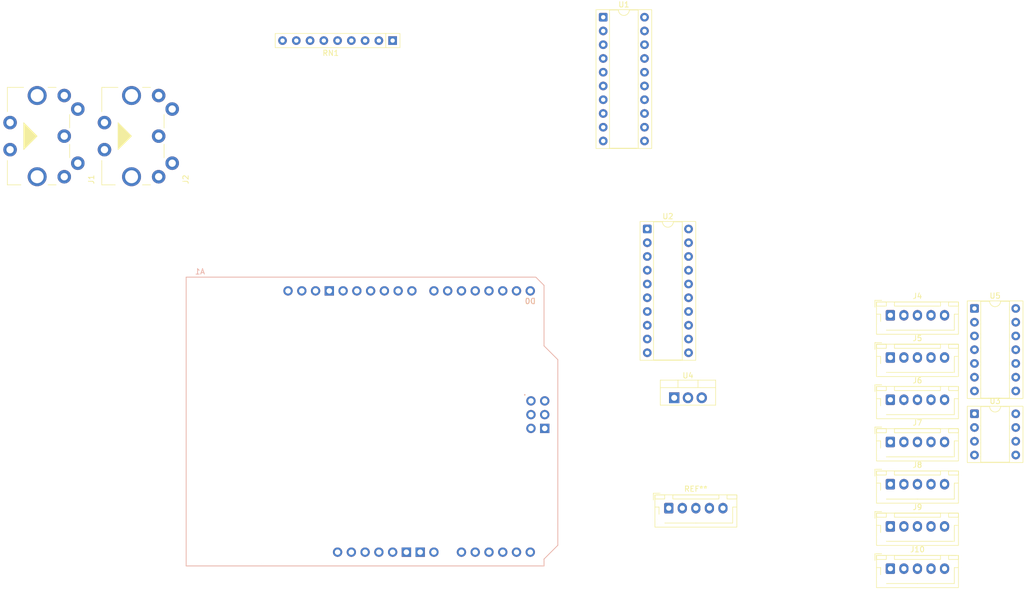
<source format=kicad_pcb>
(kicad_pcb (version 20241229) (generator "pcbnew") (generator_version "9.0")
  (layers (0 "F.Cu" signal) (2 "B.Cu" signal) (13 "F.Paste" user) (15 "B.Paste" user) (5 "F.SilkS" user "F.Silkscreen") (7 "B.SilkS" user "B.Silkscreen") (1 "F.Mask" user) (3 "B.Mask" user) (25 "Edge.Cuts" user))
  (net 0 "")
  (net 1 "/CS_3")
  (net 2 "/CLK")
  (net 4 "/DIP_1")
  (net 10 "/CS_5")
  (net 11 "/CS_4")
  (net 12 "+5V")
  (net 15 "/DIP_2")
  (net 18 "/CS_8")
  (net 21 "/CS_6")
  (net 22 "/DOUT_8")
  (net 26 "/CS_2")
  (net 27 "/CLK_8")
  (net 28 "/DOUT")
  (net 29 "/CS_7")
  (net 32 "/CLK_1")
  (net 33 "/CS_1")
  (net 37 "Net-(A1-D0{slash}RX)")
  (net 40 "Net-(J1-Pad4)")
  (net 41 "Net-(D1-A)")
  (net 44 "/DOUT_1")
  (net 45 "Net-(J2-Pad4)")
  (net 46 "Net-(J2-Pad5)")
  (net 48 "/CLK_2")
  (net 49 "/DOUT_2")
  (net 50 "/DOUT_3")
  (net 51 "/CLK_3")
  (net 52 "/DOUT_4")
  (net 53 "/CLK_4")
  (net 54 "/DOUT_5")
  (net 55 "/CLK_5")
  (net 56 "/CLK_6")
  (net 57 "/DOUT_6")
  (net 58 "/DOUT_7")
  (net 59 "/CLK_7")
  (net 60 "Net-(U3-VO1)")
  (net 63 "Net-(D1-K)")
  (net 64 "+9V")
  (net 67 "Net-(U5-1Y)")
  (net 71 "GND")
  (footprint "Connector_JST:JST_XH_B5B-XH-AM_1x05_P2.50mm_Vertical" (layer "F.Cu") (at 186.342 102.658)
    (property "Reference" "J6" (at 5 -3.55 0) (layer "F.SilkS"))
    (property "Value" "Conn_01x05")
    (fp_line (start -2.85 -2.75) (end -2.85 -1.5) (stroke (width 0.12)) (layer "F.SilkS"))
    (fp_line (start -2.55 -0.2) (end -1.8 -0.2) (stroke (width 0.12)) (layer "F.SilkS"))
    (fp_line (start -1.8 -0.2) (end -1.8 1.14) (stroke (width 0.12)) (layer "F.SilkS"))
    (fp_line (start -1.6 -2.75) (end -2.85 -2.75) (stroke (width 0.12)) (layer "F.SilkS"))
    (fp_line (start 5 2.75) (end -0.74 2.75) (stroke (width 0.12)) (layer "F.SilkS"))
    (fp_line (start 11.8 -0.2) (end 11.8 2.75) (stroke (width 0.12)) (layer "F.SilkS"))
    (fp_line (start 11.8 2.75) (end 5 2.75) (stroke (width 0.12)) (layer "F.SilkS"))
    (fp_line (start 12.55 -0.2) (end 11.8 -0.2) (stroke (width 0.12)) (layer "F.SilkS"))
    (fp_rect (start -2.56 -2.46) (end 12.56 3.51) (stroke (width 0.12)) (fill no) (layer "F.SilkS"))
    (fp_rect (start -2.55 -2.45) (end -0.75 -1.7) (stroke (width 0.12)) (fill no) (layer "F.SilkS"))
    (fp_rect (start 0.75 -2.45) (end 9.25 -1.7) (stroke (width 0.12)) (fill no) (layer "F.SilkS"))
    (fp_rect (start 10.75 -2.45) (end 12.55 -1.7) (stroke (width 0.12)) (fill no) (layer "F.SilkS"))
    (pad "" np_thru_hole circle (at -1.6 2) (size 1.2 1.2) (drill 1.2) (layers "*.Cu" "*.Mask"))
    (pad "1" thru_hole roundrect (at 0 0) (size 1.7 1.95) (drill 0.95) (layers "*.Cu" "*.Mask") (roundrect_rratio 0.147059) (net 71 "GND"))
    (pad "2" thru_hole oval (at 2.5 0) (size 1.7 1.95) (drill 0.95) (layers "*.Cu" "*.Mask") (net 12 "+5V"))
    (pad "3" thru_hole oval (at 5 0) (size 1.7 1.95) (drill 0.95) (layers "*.Cu" "*.Mask") (net 48 "/CLK_2"))
    (pad "4" thru_hole oval (at 7.5 0) (size 1.7 1.95) (drill 0.95) (layers "*.Cu" "*.Mask") (net 49 "/DOUT_2"))
    (pad "5" thru_hole oval (at 10 0) (size 1.7 1.95) (drill 0.95) (layers "*.Cu" "*.Mask") (net 26 "/CS_2"))
  )
  (footprint "Package_TO_SOT_THT:TO-220-3_Vertical" (layer "F.Cu") (at 146.452 102.296)
    (property "Reference" "U4" (at 2.54 -4.1 0) (layer "F.SilkS"))
    (property "Value" "LM7805_TO220")
    (fp_line (start -2.57 -3.26) (end 7.65 -3.26) (stroke (width 0.12)) (layer "F.SilkS"))
    (fp_line (start -2.57 -1.88) (end 7.65 -1.88) (stroke (width 0.12)) (layer "F.SilkS"))
    (fp_line (start -2.57 1.36) (end -2.57 -3.26) (stroke (width 0.12)) (layer "F.SilkS"))
    (fp_line (start 0.69 -3.26) (end 0.69 -1.88) (stroke (width 0.12)) (layer "F.SilkS"))
    (fp_line (start 4.39 -3.26) (end 4.39 -1.88) (stroke (width 0.12)) (layer "F.SilkS"))
    (fp_line (start 7.65 -3.26) (end 7.65 1.36) (stroke (width 0.12)) (layer "F.SilkS"))
    (fp_line (start 7.65 1.36) (end -2.57 1.36) (stroke (width 0.12)) (layer "F.SilkS"))
    (pad "1" thru_hole rect (at 0 0) (size 1.905 2) (drill 1.1) (layers "*.Cu" "*.Mask") (net 64 "+9V"))
    (pad "2" thru_hole oval (at 2.54 0) (size 1.905 2) (drill 1.1) (layers "*.Cu" "*.Mask") (net 71 "GND"))
    (pad "3" thru_hole oval (at 5.08 0) (size 1.905 2) (drill 1.1) (layers "*.Cu" "*.Mask") (net 12 "+5V"))
  )
  (footprint "Connector_JST:JST_XH_B5B-XH-AM_1x05_P2.50mm_Vertical" (layer "F.Cu") (at 186.342 133.858)
    (property "Reference" "J10" (at 5 -3.55 0) (layer "F.SilkS"))
    (property "Value" "Conn_01x05")
    (fp_line (start -2.85 -2.75) (end -2.85 -1.5) (stroke (width 0.12)) (layer "F.SilkS"))
    (fp_line (start -2.55 -0.2) (end -1.8 -0.2) (stroke (width 0.12)) (layer "F.SilkS"))
    (fp_line (start -1.8 -0.2) (end -1.8 1.14) (stroke (width 0.12)) (layer "F.SilkS"))
    (fp_line (start -1.6 -2.75) (end -2.85 -2.75) (stroke (width 0.12)) (layer "F.SilkS"))
    (fp_line (start 5 2.75) (end -0.74 2.75) (stroke (width 0.12)) (layer "F.SilkS"))
    (fp_line (start 11.8 -0.2) (end 11.8 2.75) (stroke (width 0.12)) (layer "F.SilkS"))
    (fp_line (start 11.8 2.75) (end 5 2.75) (stroke (width 0.12)) (layer "F.SilkS"))
    (fp_line (start 12.55 -0.2) (end 11.8 -0.2) (stroke (width 0.12)) (layer "F.SilkS"))
    (fp_rect (start -2.56 -2.46) (end 12.56 3.51) (stroke (width 0.12)) (fill no) (layer "F.SilkS"))
    (fp_rect (start -2.55 -2.45) (end -0.75 -1.7) (stroke (width 0.12)) (fill no) (layer "F.SilkS"))
    (fp_rect (start 0.75 -2.45) (end 9.25 -1.7) (stroke (width 0.12)) (fill no) (layer "F.SilkS"))
    (fp_rect (start 10.75 -2.45) (end 12.55 -1.7) (stroke (width 0.12)) (fill no) (layer "F.SilkS"))
    (pad "" np_thru_hole circle (at -1.6 2) (size 1.2 1.2) (drill 1.2) (layers "*.Cu" "*.Mask"))
    (pad "1" thru_hole roundrect (at 0 0) (size 1.7 1.95) (drill 0.95) (layers "*.Cu" "*.Mask") (roundrect_rratio 0.147059) (net 71 "GND"))
    (pad "2" thru_hole oval (at 2.5 0) (size 1.7 1.95) (drill 0.95) (layers "*.Cu" "*.Mask") (net 12 "+5V"))
    (pad "3" thru_hole oval (at 5 0) (size 1.7 1.95) (drill 0.95) (layers "*.Cu" "*.Mask") (net 56 "/CLK_6"))
    (pad "4" thru_hole oval (at 7.5 0) (size 1.7 1.95) (drill 0.95) (layers "*.Cu" "*.Mask") (net 57 "/DOUT_6"))
    (pad "5" thru_hole oval (at 10 0) (size 1.7 1.95) (drill 0.95) (layers "*.Cu" "*.Mask") (net 21 "/CS_6"))
  )
  (footprint "Package_DIP:DIP-20_W7.62mm_Socket" (layer "F.Cu") (at 133.35 32.004)
    (property "Reference" "U1" (at 3.81 -2.33 0) (layer "F.SilkS"))
    (property "Value" "74HC244")
    (fp_line (start 1.16 -1.33) (end 1.16 24.19) (stroke (width 0.12)) (layer "F.SilkS"))
    (fp_line (start 1.16 24.19) (end 6.46 24.19) (stroke (width 0.12)) (layer "F.SilkS"))
    (fp_line (start 2.81 -1.33) (end 1.16 -1.33) (stroke (width 0.12)) (layer "F.SilkS"))
    (fp_line (start 6.46 -1.33) (end 4.81 -1.33) (stroke (width 0.12)) (layer "F.SilkS"))
    (fp_line (start 6.46 24.19) (end 6.46 -1.33) (stroke (width 0.12)) (layer "F.SilkS"))
    (fp_rect (start -1.33 -1.39) (end 8.95 24.25) (stroke (width 0.12)) (fill no) (layer "F.SilkS"))
    (fp_arc (start 4.81 -1.33) (mid 3.81 -0.33) (end 2.81 -1.33) (stroke (width 0.12)) (layer "F.SilkS"))
    (pad "1" thru_hole roundrect (at 0 0) (size 1.6 1.6) (drill 0.8) (layers "*.Cu" "*.Mask") (roundrect_rratio 0.15625) (net 71 "GND"))
    (pad "2" thru_hole circle (at 0 2.54) (size 1.6 1.6) (drill 0.8) (layers "*.Cu" "*.Mask") (net 28 "/DOUT"))
    (pad "3" thru_hole circle (at 0 5.08) (size 1.6 1.6) (drill 0.8) (layers "*.Cu" "*.Mask") (net 50 "/DOUT_3"))
    (pad "4" thru_hole circle (at 0 7.62) (size 1.6 1.6) (drill 0.8) (layers "*.Cu" "*.Mask") (net 2 "/CLK"))
    (pad "5" thru_hole circle (at 0 10.16) (size 1.6 1.6) (drill 0.8) (layers "*.Cu" "*.Mask") (net 51 "/CLK_3"))
    (pad "6" thru_hole circle (at 0 12.7) (size 1.6 1.6) (drill 0.8) (layers "*.Cu" "*.Mask") (net 28 "/DOUT"))
    (pad "7" thru_hole circle (at 0 15.24) (size 1.6 1.6) (drill 0.8) (layers "*.Cu" "*.Mask") (net 52 "/DOUT_4"))
    (pad "8" thru_hole circle (at 0 17.78) (size 1.6 1.6) (drill 0.8) (layers "*.Cu" "*.Mask") (net 2 "/CLK"))
    (pad "9" thru_hole circle (at 0 20.32) (size 1.6 1.6) (drill 0.8) (layers "*.Cu" "*.Mask") (net 53 "/CLK_4"))
    (pad "10" thru_hole circle (at 0 22.86) (size 1.6 1.6) (drill 0.8) (layers "*.Cu" "*.Mask") (net 71 "GND"))
    (pad "11" thru_hole circle (at 7.62 22.86) (size 1.6 1.6) (drill 0.8) (layers "*.Cu" "*.Mask") (net 2 "/CLK"))
    (pad "12" thru_hole circle (at 7.62 20.32) (size 1.6 1.6) (drill 0.8) (layers "*.Cu" "*.Mask") (net 48 "/CLK_2"))
    (pad "13" thru_hole circle (at 7.62 17.78) (size 1.6 1.6) (drill 0.8) (layers "*.Cu" "*.Mask") (net 28 "/DOUT"))
    (pad "14" thru_hole circle (at 7.62 15.24) (size 1.6 1.6) (drill 0.8) (layers "*.Cu" "*.Mask") (net 49 "/DOUT_2"))
    (pad "15" thru_hole circle (at 7.62 12.7) (size 1.6 1.6) (drill 0.8) (layers "*.Cu" "*.Mask") (net 2 "/CLK"))
    (pad "16" thru_hole circle (at 7.62 10.16) (size 1.6 1.6) (drill 0.8) (layers "*.Cu" "*.Mask") (net 32 "/CLK_1"))
    (pad "17" thru_hole circle (at 7.62 7.62) (size 1.6 1.6) (drill 0.8) (layers "*.Cu" "*.Mask") (net 28 "/DOUT"))
    (pad "18" thru_hole circle (at 7.62 5.08) (size 1.6 1.6) (drill 0.8) (layers "*.Cu" "*.Mask") (net 44 "/DOUT_1"))
    (pad "19" thru_hole circle (at 7.62 2.54) (size 1.6 1.6) (drill 0.8) (layers "*.Cu" "*.Mask") (net 71 "GND"))
    (pad "20" thru_hole circle (at 7.62 0) (size 1.6 1.6) (drill 0.8) (layers "*.Cu" "*.Mask") (net 12 "+5V"))
  )
  (footprint "Connector_JST:JST_XH_B5B-XH-AM_1x05_P2.50mm_Vertical" (layer "F.Cu") (at 186.342 110.458)
    (property "Reference" "J7" (at 5 -3.55 0) (layer "F.SilkS"))
    (property "Value" "Conn_01x05")
    (fp_line (start -2.85 -2.75) (end -2.85 -1.5) (stroke (width 0.12)) (layer "F.SilkS"))
    (fp_line (start -2.55 -0.2) (end -1.8 -0.2) (stroke (width 0.12)) (layer "F.SilkS"))
    (fp_line (start -1.8 -0.2) (end -1.8 1.14) (stroke (width 0.12)) (layer "F.SilkS"))
    (fp_line (start -1.6 -2.75) (end -2.85 -2.75) (stroke (width 0.12)) (layer "F.SilkS"))
    (fp_line (start 5 2.75) (end -0.74 2.75) (stroke (width 0.12)) (layer "F.SilkS"))
    (fp_line (start 11.8 -0.2) (end 11.8 2.75) (stroke (width 0.12)) (layer "F.SilkS"))
    (fp_line (start 11.8 2.75) (end 5 2.75) (stroke (width 0.12)) (layer "F.SilkS"))
    (fp_line (start 12.55 -0.2) (end 11.8 -0.2) (stroke (width 0.12)) (layer "F.SilkS"))
    (fp_rect (start -2.56 -2.46) (end 12.56 3.51) (stroke (width 0.12)) (fill no) (layer "F.SilkS"))
    (fp_rect (start -2.55 -2.45) (end -0.75 -1.7) (stroke (width 0.12)) (fill no) (layer "F.SilkS"))
    (fp_rect (start 0.75 -2.45) (end 9.25 -1.7) (stroke (width 0.12)) (fill no) (layer "F.SilkS"))
    (fp_rect (start 10.75 -2.45) (end 12.55 -1.7) (stroke (width 0.12)) (fill no) (layer "F.SilkS"))
    (pad "" np_thru_hole circle (at -1.6 2) (size 1.2 1.2) (drill 1.2) (layers "*.Cu" "*.Mask"))
    (pad "1" thru_hole roundrect (at 0 0) (size 1.7 1.95) (drill 0.95) (layers "*.Cu" "*.Mask") (roundrect_rratio 0.147059) (net 71 "GND"))
    (pad "2" thru_hole oval (at 2.5 0) (size 1.7 1.95) (drill 0.95) (layers "*.Cu" "*.Mask") (net 12 "+5V"))
    (pad "3" thru_hole oval (at 5 0) (size 1.7 1.95) (drill 0.95) (layers "*.Cu" "*.Mask") (net 51 "/CLK_3"))
    (pad "4" thru_hole oval (at 7.5 0) (size 1.7 1.95) (drill 0.95) (layers "*.Cu" "*.Mask") (net 50 "/DOUT_3"))
    (pad "5" thru_hole oval (at 10 0) (size 1.7 1.95) (drill 0.95) (layers "*.Cu" "*.Mask") (net 1 "/CS_3"))
  )
  (footprint "Resistor_THT:R_Array_SIP9" (layer "F.Cu") (at 94.488 36.322 180)
    (property "Reference" "RN1" (at 11.43 -2.31 0) (layer "F.SilkS"))
    (property "Value" "8 x 10K")
    (fp_line (start 1.27 -1.31) (end 1.27 1.31) (stroke (width 0.12)) (layer "F.SilkS"))
    (fp_rect (start -1.35 -1.31) (end 21.67 1.31) (stroke (width 0.12)) (fill no) (layer "F.SilkS"))
    (pad "1" thru_hole rect (at 0 0 180) (size 1.6 1.6) (drill 0.8) (layers "*.Cu" "*.Mask") (net 12 "+5V"))
    (pad "2" thru_hole circle (at 2.54 0 180) (size 1.6 1.6) (drill 0.8) (layers "*.Cu" "*.Mask") (net 33 "/CS_1"))
    (pad "3" thru_hole circle (at 5.08 0 180) (size 1.6 1.6) (drill 0.8) (layers "*.Cu" "*.Mask") (net 26 "/CS_2"))
    (pad "4" thru_hole circle (at 7.62 0 180) (size 1.6 1.6) (drill 0.8) (layers "*.Cu" "*.Mask") (net 1 "/CS_3"))
    (pad "5" thru_hole circle (at 10.16 0 180) (size 1.6 1.6) (drill 0.8) (layers "*.Cu" "*.Mask") (net 11 "/CS_4"))
    (pad "6" thru_hole circle (at 12.7 0 180) (size 1.6 1.6) (drill 0.8) (layers "*.Cu" "*.Mask") (net 10 "/CS_5"))
    (pad "7" thru_hole circle (at 15.24 0 180) (size 1.6 1.6) (drill 0.8) (layers "*.Cu" "*.Mask") (net 21 "/CS_6"))
    (pad "8" thru_hole circle (at 17.78 0 180) (size 1.6 1.6) (drill 0.8) (layers "*.Cu" "*.Mask") (net 29 "/CS_7"))
    (pad "9" thru_hole circle (at 20.32 0 180) (size 1.6 1.6) (drill 0.8) (layers "*.Cu" "*.Mask") (net 18 "/CS_8"))
  )
  (footprint "FreakHat:DIN5_MIDI" (layer "F.Cu") (at 33.888 53.968)
    (property "Reference" "J1" (at 5 8 90) (layer "F.SilkS"))
    (property "Value" "DIN-5")
    (fp_line (start -10.5 -9) (end -10.5 -4.5) (stroke (width 0.12)) (layer "F.SilkS"))
    (fp_line (start -10.5 9) (end -10.5 4.5) (stroke (width 0.12)) (layer "F.SilkS"))
    (fp_line (start -10.5 9) (end -8 9) (stroke (width 0.12)) (layer "F.SilkS"))
    (fp_line (start -10 -9) (end -10.5 -9) (stroke (width 0.12)) (layer "F.SilkS"))
    (fp_line (start -10 -9) (end -7.5 -9) (stroke (width 0.12)) (layer "F.SilkS"))
    (fp_line (start -3 -9) (end -1.5 -9) (stroke (width 0.12)) (layer "F.SilkS"))
    (fp_line (start -3 9) (end -1.5 9) (stroke (width 0.12)) (layer "F.SilkS"))
    (fp_line (start 1 -4) (end 1 -1.5) (stroke (width 0.12)) (layer "F.SilkS"))
    (fp_line (start 1 1.5) (end 1 4) (stroke (width 0.12)) (layer "F.SilkS"))
    (fp_poly (pts (xy -5 0) (xy -7.5 2.5) (xy -7.5 -2.5)) (stroke (width 0.1)) (fill yes) (layer "F.SilkS"))
    (pad "" thru_hole circle (at -5 -7.5) (size 3.5 3.5) (drill 2.4) (layers "*.Cu" "*.Mask"))
    (pad "" thru_hole circle (at -5 7.5) (size 3.5 3.5) (drill 2.4) (layers "*.Cu" "*.Mask"))
    (pad "1" thru_hole circle (at 0 7.5) (size 2.5 2.5) (drill 1.35) (layers "*.Cu" "*.Mask"))
    (pad "2" thru_hole circle (at 0 0) (size 2.5 2.5) (drill 1.35) (layers "*.Cu" "*.Mask"))
    (pad "3" thru_hole circle (at 0 -7.5) (size 2.5 2.5) (drill 1.35) (layers "*.Cu" "*.Mask"))
    (pad "4" thru_hole circle (at 2.5 5) (size 2.5 2.5) (drill 1.35) (layers "*.Cu" "*.Mask") (net 40 "Net-(J1-Pad4)"))
    (pad "5" thru_hole circle (at 2.5 -5) (size 2.5 2.5) (drill 1.35) (layers "*.Cu" "*.Mask") (net 41 "Net-(D1-A)"))
    (pad "G" thru_hole circle (at -10 -2.5) (size 2.5 2.5) (drill 1.35) (layers "*.Cu" "*.Mask"))
    (pad "G" thru_hole circle (at -10 2.5) (size 2.5 2.5) (drill 1.35) (layers "*.Cu" "*.Mask"))
  )
  (footprint "Package_DIP:DIP-20_W7.62mm_Socket" (layer "F.Cu") (at 141.478 71.12)
    (property "Reference" "U2" (at 3.81 -2.33 0) (layer "F.SilkS"))
    (property "Value" "74HC244")
    (fp_line (start 1.16 -1.33) (end 1.16 24.19) (stroke (width 0.12)) (layer "F.SilkS"))
    (fp_line (start 1.16 24.19) (end 6.46 24.19) (stroke (width 0.12)) (layer "F.SilkS"))
    (fp_line (start 2.81 -1.33) (end 1.16 -1.33) (stroke (width 0.12)) (layer "F.SilkS"))
    (fp_line (start 6.46 -1.33) (end 4.81 -1.33) (stroke (width 0.12)) (layer "F.SilkS"))
    (fp_line (start 6.46 24.19) (end 6.46 -1.33) (stroke (width 0.12)) (layer "F.SilkS"))
    (fp_rect (start -1.33 -1.39) (end 8.95 24.25) (stroke (width 0.12)) (fill no) (layer "F.SilkS"))
    (fp_arc (start 4.81 -1.33) (mid 3.81 -0.33) (end 2.81 -1.33) (stroke (width 0.12)) (layer "F.SilkS"))
    (pad "1" thru_hole roundrect (at 0 0) (size 1.6 1.6) (drill 0.8) (layers "*.Cu" "*.Mask") (roundrect_rratio 0.15625) (net 71 "GND"))
    (pad "2" thru_hole circle (at 0 2.54) (size 1.6 1.6) (drill 0.8) (layers "*.Cu" "*.Mask") (net 28 "/DOUT"))
    (pad "3" thru_hole circle (at 0 5.08) (size 1.6 1.6) (drill 0.8) (layers "*.Cu" "*.Mask") (net 58 "/DOUT_7"))
    (pad "4" thru_hole circle (at 0 7.62) (size 1.6 1.6) (drill 0.8) (layers "*.Cu" "*.Mask") (net 2 "/CLK"))
    (pad "5" thru_hole circle (at 0 10.16) (size 1.6 1.6) (drill 0.8) (layers "*.Cu" "*.Mask") (net 59 "/CLK_7"))
    (pad "6" thru_hole circle (at 0 12.7) (size 1.6 1.6) (drill 0.8) (layers "*.Cu" "*.Mask") (net 28 "/DOUT"))
    (pad "7" thru_hole circle (at 0 15.24) (size 1.6 1.6) (drill 0.8) (layers "*.Cu" "*.Mask") (net 22 "/DOUT_8"))
    (pad "8" thru_hole circle (at 0 17.78) (size 1.6 1.6) (drill 0.8) (layers "*.Cu" "*.Mask") (net 2 "/CLK"))
    (pad "9" thru_hole circle (at 0 20.32) (size 1.6 1.6) (drill 0.8) (layers "*.Cu" "*.Mask") (net 27 "/CLK_8"))
    (pad "10" thru_hole circle (at 0 22.86) (size 1.6 1.6) (drill 0.8) (layers "*.Cu" "*.Mask") (net 71 "GND"))
    (pad "11" thru_hole circle (at 7.62 22.86) (size 1.6 1.6) (drill 0.8) (layers "*.Cu" "*.Mask") (net 2 "/CLK"))
    (pad "12" thru_hole circle (at 7.62 20.32) (size 1.6 1.6) (drill 0.8) (layers "*.Cu" "*.Mask") (net 56 "/CLK_6"))
    (pad "13" thru_hole circle (at 7.62 17.78) (size 1.6 1.6) (drill 0.8) (layers "*.Cu" "*.Mask") (net 28 "/DOUT"))
    (pad "14" thru_hole circle (at 7.62 15.24) (size 1.6 1.6) (drill 0.8) (layers "*.Cu" "*.Mask") (net 57 "/DOUT_6"))
    (pad "15" thru_hole circle (at 7.62 12.7) (size 1.6 1.6) (drill 0.8) (layers "*.Cu" "*.Mask") (net 2 "/CLK"))
    (pad "16" thru_hole circle (at 7.62 10.16) (size 1.6 1.6) (drill 0.8) (layers "*.Cu" "*.Mask") (net 55 "/CLK_5"))
    (pad "17" thru_hole circle (at 7.62 7.62) (size 1.6 1.6) (drill 0.8) (layers "*.Cu" "*.Mask") (net 28 "/DOUT"))
    (pad "18" thru_hole circle (at 7.62 5.08) (size 1.6 1.6) (drill 0.8) (layers "*.Cu" "*.Mask") (net 54 "/DOUT_5"))
    (pad "19" thru_hole circle (at 7.62 2.54) (size 1.6 1.6) (drill 0.8) (layers "*.Cu" "*.Mask") (net 71 "GND"))
    (pad "20" thru_hole circle (at 7.62 0) (size 1.6 1.6) (drill 0.8) (layers "*.Cu" "*.Mask") (net 12 "+5V"))
  )
  (footprint "Connector_JST:JST_XH_B5B-XH-AM_1x05_P2.50mm_Vertical" (layer "F.Cu") (at 186.342 87.058)
    (property "Reference" "J4" (at 5 -3.55 0) (layer "F.SilkS"))
    (property "Value" "Conn_01x05")
    (fp_line (start -2.85 -2.75) (end -2.85 -1.5) (stroke (width 0.12)) (layer "F.SilkS"))
    (fp_line (start -2.55 -0.2) (end -1.8 -0.2) (stroke (width 0.12)) (layer "F.SilkS"))
    (fp_line (start -1.8 -0.2) (end -1.8 1.14) (stroke (width 0.12)) (layer "F.SilkS"))
    (fp_line (start -1.6 -2.75) (end -2.85 -2.75) (stroke (width 0.12)) (layer "F.SilkS"))
    (fp_line (start 5 2.75) (end -0.74 2.75) (stroke (width 0.12)) (layer "F.SilkS"))
    (fp_line (start 11.8 -0.2) (end 11.8 2.75) (stroke (width 0.12)) (layer "F.SilkS"))
    (fp_line (start 11.8 2.75) (end 5 2.75) (stroke (width 0.12)) (layer "F.SilkS"))
    (fp_line (start 12.55 -0.2) (end 11.8 -0.2) (stroke (width 0.12)) (layer "F.SilkS"))
    (fp_rect (start -2.56 -2.46) (end 12.56 3.51) (stroke (width 0.12)) (fill no) (layer "F.SilkS"))
    (fp_rect (start -2.55 -2.45) (end -0.75 -1.7) (stroke (width 0.12)) (fill no) (layer "F.SilkS"))
    (fp_rect (start 0.75 -2.45) (end 9.25 -1.7) (stroke (width 0.12)) (fill no) (layer "F.SilkS"))
    (fp_rect (start 10.75 -2.45) (end 12.55 -1.7) (stroke (width 0.12)) (fill no) (layer "F.SilkS"))
    (pad "" np_thru_hole circle (at -1.6 2) (size 1.2 1.2) (drill 1.2) (layers "*.Cu" "*.Mask"))
    (pad "1" thru_hole roundrect (at 0 0) (size 1.7 1.95) (drill 0.95) (layers "*.Cu" "*.Mask") (roundrect_rratio 0.147059) (net 71 "GND"))
    (pad "2" thru_hole oval (at 2.5 0) (size 1.7 1.95) (drill 0.95) (layers "*.Cu" "*.Mask") (net 12 "+5V"))
    (pad "3" thru_hole oval (at 5 0) (size 1.7 1.95) (drill 0.95) (layers "*.Cu" "*.Mask") (net 27 "/CLK_8"))
    (pad "4" thru_hole oval (at 7.5 0) (size 1.7 1.95) (drill 0.95) (layers "*.Cu" "*.Mask") (net 22 "/DOUT_8"))
    (pad "5" thru_hole oval (at 10 0) (size 1.7 1.95) (drill 0.95) (layers "*.Cu" "*.Mask") (net 18 "/CS_8"))
  )
  (footprint "Package_DIP:DIP-8_W7.62mm_Socket" (layer "F.Cu") (at 201.862 105.248)
    (property "Reference" "U3" (at 3.81 -2.33 0) (layer "F.SilkS"))
    (property "Value" "6N138")
    (fp_line (start 1.16 -1.33) (end 1.16 8.95) (stroke (width 0.12)) (layer "F.SilkS"))
    (fp_line (start 1.16 8.95) (end 6.46 8.95) (stroke (width 0.12)) (layer "F.SilkS"))
    (fp_line (start 2.81 -1.33) (end 1.16 -1.33) (stroke (width 0.12)) (layer "F.SilkS"))
    (fp_line (start 6.46 -1.33) (end 4.81 -1.33) (stroke (width 0.12)) (layer "F.SilkS"))
    (fp_line (start 6.46 8.95) (end 6.46 -1.33) (stroke (width 0.12)) (layer "F.SilkS"))
    (fp_rect (start -1.33 -1.39) (end 8.95 9.01) (stroke (width 0.12)) (fill no) (layer "F.SilkS"))
    (fp_arc (start 4.81 -1.33) (mid 3.81 -0.33) (end 2.81 -1.33) (stroke (width 0.12)) (layer "F.SilkS"))
    (pad "1" thru_hole roundrect (at 0 0) (size 1.6 1.6) (drill 0.8) (layers "*.Cu" "*.Mask") (roundrect_rratio 0.15625))
    (pad "2" thru_hole circle (at 0 2.54) (size 1.6 1.6) (drill 0.8) (layers "*.Cu" "*.Mask") (net 63 "Net-(D1-K)"))
    (pad "3" thru_hole circle (at 0 5.08) (size 1.6 1.6) (drill 0.8) (layers "*.Cu" "*.Mask") (net 41 "Net-(D1-A)"))
    (pad "4" thru_hole circle (at 0 7.62) (size 1.6 1.6) (drill 0.8) (layers "*.Cu" "*.Mask"))
    (pad "5" thru_hole circle (at 7.62 7.62) (size 1.6 1.6) (drill 0.8) (layers "*.Cu" "*.Mask") (net 71 "GND"))
    (pad "6" thru_hole circle (at 7.62 5.08) (size 1.6 1.6) (drill 0.8) (layers "*.Cu" "*.Mask") (net 37 "Net-(A1-D0{slash}RX)"))
    (pad "7" thru_hole circle (at 7.62 2.54) (size 1.6 1.6) (drill 0.8) (layers "*.Cu" "*.Mask") (net 60 "Net-(U3-VO1)"))
    (pad "8" thru_hole circle (at 7.62 0) (size 1.6 1.6) (drill 0.8) (layers "*.Cu" "*.Mask") (net 12 "+5V"))
  )
  (footprint "Connector_JST:JST_XH_B5B-XH-AM_1x05_P2.50mm_Vertical" (layer "F.Cu") (at 186.342 126.058)
    (property "Reference" "J9" (at 5 -3.55 0) (layer "F.SilkS"))
    (property "Value" "Conn_01x05")
    (fp_line (start -2.85 -2.75) (end -2.85 -1.5) (stroke (width 0.12)) (layer "F.SilkS"))
    (fp_line (start -2.55 -0.2) (end -1.8 -0.2) (stroke (width 0.12)) (layer "F.SilkS"))
    (fp_line (start -1.8 -0.2) (end -1.8 1.14) (stroke (width 0.12)) (layer "F.SilkS"))
    (fp_line (start -1.6 -2.75) (end -2.85 -2.75) (stroke (width 0.12)) (layer "F.SilkS"))
    (fp_line (start 5 2.75) (end -0.74 2.75) (stroke (width 0.12)) (layer "F.SilkS"))
    (fp_line (start 11.8 -0.2) (end 11.8 2.75) (stroke (width 0.12)) (layer "F.SilkS"))
    (fp_line (start 11.8 2.75) (end 5 2.75) (stroke (width 0.12)) (layer "F.SilkS"))
    (fp_line (start 12.55 -0.2) (end 11.8 -0.2) (stroke (width 0.12)) (layer "F.SilkS"))
    (fp_rect (start -2.56 -2.46) (end 12.56 3.51) (stroke (width 0.12)) (fill no) (layer "F.SilkS"))
    (fp_rect (start -2.55 -2.45) (end -0.75 -1.7) (stroke (width 0.12)) (fill no) (layer "F.SilkS"))
    (fp_rect (start 0.75 -2.45) (end 9.25 -1.7) (stroke (width 0.12)) (fill no) (layer "F.SilkS"))
    (fp_rect (start 10.75 -2.45) (end 12.55 -1.7) (stroke (width 0.12)) (fill no) (layer "F.SilkS"))
    (pad "" np_thru_hole circle (at -1.6 2) (size 1.2 1.2) (drill 1.2) (layers "*.Cu" "*.Mask"))
    (pad "1" thru_hole roundrect (at 0 0) (size 1.7 1.95) (drill 0.95) (layers "*.Cu" "*.Mask") (roundrect_rratio 0.147059) (net 71 "GND"))
    (pad "2" thru_hole oval (at 2.5 0) (size 1.7 1.95) (drill 0.95) (layers "*.Cu" "*.Mask") (net 12 "+5V"))
    (pad "3" thru_hole oval (at 5 0) (size 1.7 1.95) (drill 0.95) (layers "*.Cu" "*.Mask") (net 55 "/CLK_5"))
    (pad "4" thru_hole oval (at 7.5 0) (size 1.7 1.95) (drill 0.95) (layers "*.Cu" "*.Mask") (net 54 "/DOUT_5"))
    (pad "5" thru_hole oval (at 10 0) (size 1.7 1.95) (drill 0.95) (layers "*.Cu" "*.Mask") (net 10 "/CS_5"))
  )
  (footprint "FreakHat:DIN5_MIDI" (layer "F.Cu") (at 51.308 53.968)
    (property "Reference" "J2" (at 5 8 90) (layer "F.SilkS"))
    (property "Value" "DIN-5")
    (fp_line (start -10.5 -9) (end -10.5 -4.5) (stroke (width 0.12)) (layer "F.SilkS"))
    (fp_line (start -10.5 9) (end -10.5 4.5) (stroke (width 0.12)) (layer "F.SilkS"))
    (fp_line (start -10.5 9) (end -8 9) (stroke (width 0.12)) (layer "F.SilkS"))
    (fp_line (start -10 -9) (end -10.5 -9) (stroke (width 0.12)) (layer "F.SilkS"))
    (fp_line (start -10 -9) (end -7.5 -9) (stroke (width 0.12)) (layer "F.SilkS"))
    (fp_line (start -3 -9) (end -1.5 -9) (stroke (width 0.12)) (layer "F.SilkS"))
    (fp_line (start -3 9) (end -1.5 9) (stroke (width 0.12)) (layer "F.SilkS"))
    (fp_line (start 1 -4) (end 1 -1.5) (stroke (width 0.12)) (layer "F.SilkS"))
    (fp_line (start 1 1.5) (end 1 4) (stroke (width 0.12)) (layer "F.SilkS"))
    (fp_poly (pts (xy -5 0) (xy -7.5 2.5) (xy -7.5 -2.5)) (stroke (width 0.1)) (fill yes) (layer "F.SilkS"))
    (pad "" thru_hole circle (at -5 -7.5) (size 3.5 3.5) (drill 2.4) (layers "*.Cu" "*.Mask"))
    (pad "" thru_hole circle (at -5 7.5) (size 3.5 3.5) (drill 2.4) (layers "*.Cu" "*.Mask"))
    (pad "1" thru_hole circle (at 0 7.5) (size 2.5 2.5) (drill 1.35) (layers "*.Cu" "*.Mask"))
    (pad "2" thru_hole circle (at 0 0) (size 2.5 2.5) (drill 1.35) (layers "*.Cu" "*.Mask") (net 71 "GND"))
    (pad "3" thru_hole circle (at 0 -7.5) (size 2.5 2.5) (drill 1.35) (layers "*.Cu" "*.Mask"))
    (pad "4" thru_hole circle (at 2.5 5) (size 2.5 2.5) (drill 1.35) (layers "*.Cu" "*.Mask") (net 45 "Net-(J2-Pad4)"))
    (pad "5" thru_hole circle (at 2.5 -5) (size 2.5 2.5) (drill 1.35) (layers "*.Cu" "*.Mask") (net 46 "Net-(J2-Pad5)"))
    (pad "G" thru_hole circle (at -10 -2.5) (size 2.5 2.5) (drill 1.35) (layers "*.Cu" "*.Mask"))
    (pad "G" thru_hole circle (at -10 2.5) (size 2.5 2.5) (drill 1.35) (layers "*.Cu" "*.Mask"))
  )
  (footprint "Package_DIP:DIP-14_W7.62mm_Socket" (layer "F.Cu") (at 201.862 85.798)
    (property "Reference" "U5" (at 3.81 -2.33 0) (layer "F.SilkS"))
    (property "Value" "SN7407N")
    (fp_line (start 1.16 -1.33) (end 1.16 16.57) (stroke (width 0.12)) (layer "F.SilkS"))
    (fp_line (start 1.16 16.57) (end 6.46 16.57) (stroke (width 0.12)) (layer "F.SilkS"))
    (fp_line (start 2.81 -1.33) (end 1.16 -1.33) (stroke (width 0.12)) (layer "F.SilkS"))
    (fp_line (start 6.46 -1.33) (end 4.81 -1.33) (stroke (width 0.12)) (layer "F.SilkS"))
    (fp_line (start 6.46 16.57) (end 6.46 -1.33) (stroke (width 0.12)) (layer "F.SilkS"))
    (fp_rect (start -1.33 -1.39) (end 8.95 16.63) (stroke (width 0.12)) (fill no) (layer "F.SilkS"))
    (fp_arc (start 4.81 -1.33) (mid 3.81 -0.33) (end 2.81 -1.33) (stroke (width 0.12)) (layer "F.SilkS"))
    (pad "1" thru_hole roundrect (at 0 0) (size 1.6 1.6) (drill 0.8) (layers "*.Cu" "*.Mask") (roundrect_rratio 0.15625) (net 37 "Net-(A1-D0{slash}RX)"))
    (pad "2" thru_hole circle (at 0 2.54) (size 1.6 1.6) (drill 0.8) (layers "*.Cu" "*.Mask") (net 67 "Net-(U5-1Y)"))
    (pad "3" thru_hole circle (at 0 5.08) (size 1.6 1.6) (drill 0.8) (layers "*.Cu" "*.Mask") (net 71 "GND"))
    (pad "4" thru_hole circle (at 0 7.62) (size 1.6 1.6) (drill 0.8) (layers "*.Cu" "*.Mask"))
    (pad "5" thru_hole circle (at 0 10.16) (size 1.6 1.6) (drill 0.8) (layers "*.Cu" "*.Mask") (net 71 "GND"))
    (pad "6" thru_hole circle (at 0 12.7) (size 1.6 1.6) (drill 0.8) (layers "*.Cu" "*.Mask"))
    (pad "7" thru_hole circle (at 0 15.24) (size 1.6 1.6) (drill 0.8) (layers "*.Cu" "*.Mask") (net 71 "GND"))
    (pad "8" thru_hole circle (at 7.62 15.24) (size 1.6 1.6) (drill 0.8) (layers "*.Cu" "*.Mask"))
    (pad "9" thru_hole circle (at 7.62 12.7) (size 1.6 1.6) (drill 0.8) (layers "*.Cu" "*.Mask") (net 71 "GND"))
    (pad "10" thru_hole circle (at 7.62 10.16) (size 1.6 1.6) (drill 0.8) (layers "*.Cu" "*.Mask"))
    (pad "11" thru_hole circle (at 7.62 7.62) (size 1.6 1.6) (drill 0.8) (layers "*.Cu" "*.Mask") (net 71 "GND"))
    (pad "12" thru_hole circle (at 7.62 5.08) (size 1.6 1.6) (drill 0.8) (layers "*.Cu" "*.Mask"))
    (pad "13" thru_hole circle (at 7.62 2.54) (size 1.6 1.6) (drill 0.8) (layers "*.Cu" "*.Mask") (net 71 "GND"))
    (pad "14" thru_hole circle (at 7.62 0) (size 1.6 1.6) (drill 0.8) (layers "*.Cu" "*.Mask") (net 12 "+5V"))
  )
  (footprint "Connector_JST:JST_XH_B5B-XH-AM_1x05_P2.50mm_Vertical" (layer "F.Cu") (at 186.342 118.258)
    (property "Reference" "J8" (at 5 -3.55 0) (layer "F.SilkS"))
    (property "Value" "Conn_01x05")
    (fp_line (start -2.85 -2.75) (end -2.85 -1.5) (stroke (width 0.12)) (layer "F.SilkS"))
    (fp_line (start -2.55 -0.2) (end -1.8 -0.2) (stroke (width 0.12)) (layer "F.SilkS"))
    (fp_line (start -1.8 -0.2) (end -1.8 1.14) (stroke (width 0.12)) (layer "F.SilkS"))
    (fp_line (start -1.6 -2.75) (end -2.85 -2.75) (stroke (width 0.12)) (layer "F.SilkS"))
    (fp_line (start 5 2.75) (end -0.74 2.75) (stroke (width 0.12)) (layer "F.SilkS"))
    (fp_line (start 11.8 -0.2) (end 11.8 2.75) (stroke (width 0.12)) (layer "F.SilkS"))
    (fp_line (start 11.8 2.75) (end 5 2.75) (stroke (width 0.12)) (layer "F.SilkS"))
    (fp_line (start 12.55 -0.2) (end 11.8 -0.2) (stroke (width 0.12)) (layer "F.SilkS"))
    (fp_rect (start -2.56 -2.46) (end 12.56 3.51) (stroke (width 0.12)) (fill no) (layer "F.SilkS"))
    (fp_rect (start -2.55 -2.45) (end -0.75 -1.7) (stroke (width 0.12)) (fill no) (layer "F.SilkS"))
    (fp_rect (start 0.75 -2.45) (end 9.25 -1.7) (stroke (width 0.12)) (fill no) (layer "F.SilkS"))
    (fp_rect (start 10.75 -2.45) (end 12.55 -1.7) (stroke (width 0.12)) (fill no) (layer "F.SilkS"))
    (pad "" np_thru_hole circle (at -1.6 2) (size 1.2 1.2) (drill 1.2) (layers "*.Cu" "*.Mask"))
    (pad "1" thru_hole roundrect (at 0 0) (size 1.7 1.95) (drill 0.95) (layers "*.Cu" "*.Mask") (roundrect_rratio 0.147059) (net 71 "GND"))
    (pad "2" thru_hole oval (at 2.5 0) (size 1.7 1.95) (drill 0.95) (layers "*.Cu" "*.Mask") (net 12 "+5V"))
    (pad "3" thru_hole oval (at 5 0) (size 1.7 1.95) (drill 0.95) (layers "*.Cu" "*.Mask") (net 53 "/CLK_4"))
    (pad "4" thru_hole oval (at 7.5 0) (size 1.7 1.95) (drill 0.95) (layers "*.Cu" "*.Mask") (net 52 "/DOUT_4"))
    (pad "5" thru_hole oval (at 10 0) (size 1.7 1.95) (drill 0.95) (layers "*.Cu" "*.Mask") (net 11 "/CS_4"))
  )
  (footprint "Connector_JST:JST_XH_B5B-XH-AM_1x05_P2.50mm_Vertical" (layer "F.Cu") (at 186.342 94.858)
    (property "Reference" "J5" (at 5 -3.55 0) (layer "F.SilkS"))
    (property "Value" "Conn_01x05")
    (fp_line (start -2.85 -2.75) (end -2.85 -1.5) (stroke (width 0.12)) (layer "F.SilkS"))
    (fp_line (start -2.55 -0.2) (end -1.8 -0.2) (stroke (width 0.12)) (layer "F.SilkS"))
    (fp_line (start -1.8 -0.2) (end -1.8 1.14) (stroke (width 0.12)) (layer "F.SilkS"))
    (fp_line (start -1.6 -2.75) (end -2.85 -2.75) (stroke (width 0.12)) (layer "F.SilkS"))
    (fp_line (start 5 2.75) (end -0.74 2.75) (stroke (width 0.12)) (layer "F.SilkS"))
    (fp_line (start 11.8 -0.2) (end 11.8 2.75) (stroke (width 0.12)) (layer "F.SilkS"))
    (fp_line (start 11.8 2.75) (end 5 2.75) (stroke (width 0.12)) (layer "F.SilkS"))
    (fp_line (start 12.55 -0.2) (end 11.8 -0.2) (stroke (width 0.12)) (layer "F.SilkS"))
    (fp_rect (start -2.56 -2.46) (end 12.56 3.51) (stroke (width 0.12)) (fill no) (layer "F.SilkS"))
    (fp_rect (start -2.55 -2.45) (end -0.75 -1.7) (stroke (width 0.12)) (fill no) (layer "F.SilkS"))
    (fp_rect (start 0.75 -2.45) (end 9.25 -1.7) (stroke (width 0.12)) (fill no) (layer "F.SilkS"))
    (fp_rect (start 10.75 -2.45) (end 12.55 -1.7) (stroke (width 0.12)) (fill no) (layer "F.SilkS"))
    (pad "" np_thru_hole circle (at -1.6 2) (size 1.2 1.2) (drill 1.2) (layers "*.Cu" "*.Mask"))
    (pad "1" thru_hole roundrect (at 0 0) (size 1.7 1.95) (drill 0.95) (layers "*.Cu" "*.Mask") (roundrect_rratio 0.147059) (net 71 "GND"))
    (pad "2" thru_hole oval (at 2.5 0) (size 1.7 1.95) (drill 0.95) (layers "*.Cu" "*.Mask") (net 12 "+5V"))
    (pad "3" thru_hole oval (at 5 0) (size 1.7 1.95) (drill 0.95) (layers "*.Cu" "*.Mask") (net 32 "/CLK_1"))
    (pad "4" thru_hole oval (at 7.5 0) (size 1.7 1.95) (drill 0.95) (layers "*.Cu" "*.Mask") (net 44 "/DOUT_1"))
    (pad "5" thru_hole oval (at 10 0) (size 1.7 1.95) (drill 0.95) (layers "*.Cu" "*.Mask") (net 33 "/CS_1"))
  )
  (footprint "Connector_JST:JST_XH_B5B-XH-AM_1x05_P2.50mm_Vertical" (layer "F.Cu") (at 145.448 122.682)
    (property "Reference" "REF**" (at 5 -3.55 0) (layer "F.SilkS"))
    (property "Value" "JST_XH_B5B-XH-AM_1x05_P2.50mm_Vertical")
    (fp_line (start -2.85 -2.75) (end -2.85 -1.5) (stroke (width 0.12)) (layer "F.SilkS"))
    (fp_line (start -2.55 -0.2) (end -1.8 -0.2) (stroke (width 0.12)) (layer "F.SilkS"))
    (fp_line (start -1.8 -0.2) (end -1.8 1.14) (stroke (width 0.12)) (layer "F.SilkS"))
    (fp_line (start -1.6 -2.75) (end -2.85 -2.75) (stroke (width 0.12)) (layer "F.SilkS"))
    (fp_line (start 5 2.75) (end -0.74 2.75) (stroke (width 0.12)) (layer "F.SilkS"))
    (fp_line (start 11.8 -0.2) (end 11.8 2.75) (stroke (width 0.12)) (layer "F.SilkS"))
    (fp_line (start 11.8 2.75) (end 5 2.75) (stroke (width 0.12)) (layer "F.SilkS"))
    (fp_line (start 12.55 -0.2) (end 11.8 -0.2) (stroke (width 0.12)) (layer "F.SilkS"))
    (fp_rect (start -2.56 -2.46) (end 12.56 3.51) (stroke (width 0.12)) (fill no) (layer "F.SilkS"))
    (fp_rect (start -2.55 -2.45) (end -0.75 -1.7) (stroke (width 0.12)) (fill no) (layer "F.SilkS"))
    (fp_rect (start 0.75 -2.45) (end 9.25 -1.7) (stroke (width 0.12)) (fill no) (layer "F.SilkS"))
    (fp_rect (start 10.75 -2.45) (end 12.55 -1.7) (stroke (width 0.12)) (fill no) (layer "F.SilkS"))
    (pad "" np_thru_hole circle (at -1.6 2) (size 1.2 1.2) (drill 1.2) (layers "*.Cu" "*.Mask"))
    (pad "1" thru_hole roundrect (at 0 0) (size 1.7 1.95) (drill 0.95) (layers "*.Cu" "*.Mask") (roundrect_rratio 0.147059))
    (pad "2" thru_hole oval (at 2.5 0) (size 1.7 1.95) (drill 0.95) (layers "*.Cu" "*.Mask"))
    (pad "3" thru_hole oval (at 5 0) (size 1.7 1.95) (drill 0.95) (layers "*.Cu" "*.Mask"))
    (pad "4" thru_hole oval (at 7.5 0) (size 1.7 1.95) (drill 0.95) (layers "*.Cu" "*.Mask"))
    (pad "5" thru_hole oval (at 10 0) (size 1.7 1.95) (drill 0.95) (layers "*.Cu" "*.Mask"))
  )
  (footprint "PCM_arduino-library:Arduino_Uno_R3_Shield" (layer "F.Cu") (at 56.388 133.35)
    (property "Reference" "A1" (at 2.54 -54.356 0) (layer "B.SilkS") (effects (justify mirror)))
    (property "Value" "Arduino_Uno_R3_Shield")
    (fp_line (start 0 -53.34) (end 0 0) (stroke (width 0.15)) (layer "B.SilkS"))
    (fp_line (start 0 -53.34) (end 64.516 -53.34) (stroke (width 0.15)) (layer "B.SilkS"))
    (fp_line (start 0 0) (end 66.04 0) (stroke (width 0.15)) (layer "B.SilkS"))
    (fp_line (start 64.516 -53.34) (end 66.04 -51.816) (stroke (width 0.15)) (layer "B.SilkS"))
    (fp_line (start 66.04 -40.64) (end 66.04 -51.816) (stroke (width 0.15)) (layer "B.SilkS"))
    (fp_line (start 66.04 -1.27) (end 68.58 -3.81) (stroke (width 0.15)) (layer "B.SilkS"))
    (fp_line (start 66.04 0) (end 66.04 -1.27) (stroke (width 0.15)) (layer "B.SilkS"))
    (fp_line (start 68.58 -38.1) (end 66.04 -40.64) (stroke (width 0.15)) (layer "B.SilkS"))
    (fp_line (start 68.58 -3.81) (end 68.58 -38.1) (stroke (width 0.15)) (layer "B.SilkS"))
    (fp_text user "." (at 62.484 -32.004 0) (layer "F.SilkS"))
    (fp_text user "D0" (at 63.5 -48.895 0) (layer "F.SilkS"))
    (fp_text user "D0" (at 63.5 -48.895 0) (layer "B.SilkS") (effects (justify mirror)))
    (fp_text user "." (at 62.484 -32.004 0) (layer "B.SilkS"))
    (pad "" np_thru_hole circle (at 13.97 -2.54) (size 3.2 3.2) (drill 3.2) (layers "*.Cu" "*.Mask"))
    (pad "" np_thru_hole circle (at 15.24 -50.8) (size 3.2 3.2) (drill 3.2) (layers "*.Cu" "*.Mask"))
    (pad "" thru_hole oval (at 27.94 -2.54) (size 1.7272 1.7272) (drill 1.016) (layers "*.Cu" "*.Mask"))
    (pad "" np_thru_hole circle (at 66.04 -35.56) (size 3.2 3.2) (drill 3.2) (layers "*.Cu" "*.Mask"))
    (pad "" np_thru_hole circle (at 66.04 -7.62) (size 3.2 3.2) (drill 3.2) (layers "*.Cu" "*.Mask"))
    (pad "3V3" thru_hole oval (at 35.56 -2.54) (size 1.7272 1.7272) (drill 1.016) (layers "*.Cu" "*.Mask"))
    (pad "5V1" thru_hole oval (at 38.1 -2.54) (size 1.7272 1.7272) (drill 1.016) (layers "*.Cu" "*.Mask"))
    (pad "5V2" thru_hole oval (at 66.167 -30.48) (size 1.7272 1.7272) (drill 1.016) (layers "*.Cu" "*.Mask"))
    (pad "A0" thru_hole oval (at 50.8 -2.54) (size 1.7272 1.7272) (drill 1.016) (layers "*.Cu" "*.Mask") (net 15 "/DIP_2"))
    (pad "A1" thru_hole oval (at 53.34 -2.54) (size 1.7272 1.7272) (drill 1.016) (layers "*.Cu" "*.Mask") (net 4 "/DIP_1"))
    (pad "A2" thru_hole oval (at 55.88 -2.54) (size 1.7272 1.7272) (drill 1.016) (layers "*.Cu" "*.Mask"))
    (pad "A3" thru_hole oval (at 58.42 -2.54) (size 1.7272 1.7272) (drill 1.016) (layers "*.Cu" "*.Mask"))
    (pad "A4" thru_hole oval (at 60.96 -2.54) (size 1.7272 1.7272) (drill 1.016) (layers "*.Cu" "*.Mask"))
    (pad "A5" thru_hole oval (at 63.5 -2.54) (size 1.7272 1.7272) (drill 1.016) (layers "*.Cu" "*.Mask"))
    (pad "AREF" thru_hole oval (at 23.876 -50.8) (size 1.7272 1.7272) (drill 1.016) (layers "*.Cu" "*.Mask"))
    (pad "D0" thru_hole oval (at 63.5 -50.8) (size 1.7272 1.7272) (drill 1.016) (layers "*.Cu" "*.Mask") (net 37 "Net-(A1-D0{slash}RX)"))
    (pad "D1" thru_hole oval (at 60.96 -50.8) (size 1.7272 1.7272) (drill 1.016) (layers "*.Cu" "*.Mask"))
    (pad "D2" thru_hole oval (at 58.42 -50.8) (size 1.7272 1.7272) (drill 1.016) (layers "*.Cu" "*.Mask") (net 33 "/CS_1"))
    (pad "D3" thru_hole oval (at 55.88 -50.8) (size 1.7272 1.7272) (drill 1.016) (layers "*.Cu" "*.Mask") (net 26 "/CS_2"))
    (pad "D4" thru_hole oval (at 53.34 -50.8) (size 1.7272 1.7272) (drill 1.016) (layers "*.Cu" "*.Mask") (net 1 "/CS_3"))
    (pad "D5" thru_hole oval (at 50.8 -50.8) (size 1.7272 1.7272) (drill 1.016) (layers "*.Cu" "*.Mask") (net 11 "/CS_4"))
    (pad "D6" thru_hole oval (at 48.26 -50.8) (size 1.7272 1.7272) (drill 1.016) (layers "*.Cu" "*.Mask") (net 10 "/CS_5"))
    (pad "D7" thru_hole oval (at 45.72 -50.8) (size 1.7272 1.7272) (drill 1.016) (layers "*.Cu" "*.Mask") (net 21 "/CS_6"))
    (pad "D8" thru_hole oval (at 41.656 -50.8) (size 1.7272 1.7272) (drill 1.016) (layers "*.Cu" "*.Mask") (net 29 "/CS_7"))
    (pad "D9" thru_hole oval (at 39.116 -50.8) (size 1.7272 1.7272) (drill 1.016) (layers "*.Cu" "*.Mask") (net 18 "/CS_8"))
    (pad "D10" thru_hole oval (at 36.576 -50.8) (size 1.7272 1.7272) (drill 1.016) (layers "*.Cu" "*.Mask"))
    (pad "D11" thru_hole oval (at 34.036 -50.8) (size 1.7272 1.7272) (drill 1.016) (layers "*.Cu" "*.Mask") (net 28 "/DOUT"))
    (pad "D12" thru_hole oval (at 31.496 -50.8) (size 1.7272 1.7272) (drill 1.016) (layers "*.Cu" "*.Mask"))
    (pad "D13" thru_hole oval (at 28.956 -50.8) (size 1.7272 1.7272) (drill 1.016) (layers "*.Cu" "*.Mask") (net 2 "/CLK"))
    (pad "GND1" thru_hole rect (at 26.416 -50.8) (size 1.7272 1.7272) (drill 1.016) (layers "*.Cu" "*.Mask") (net 71 "GND"))
    (pad "GND2" thru_hole rect (at 40.64 -2.54) (size 1.7272 1.7272) (drill 1.016) (layers "*.Cu" "*.Mask") (net 71 "GND"))
    (pad "GND3" thru_hole rect (at 43.18 -2.54) (size 1.7272 1.7272) (drill 1.016) (layers "*.Cu" "*.Mask") (net 71 "GND"))
    (pad "GND4" thru_hole rect (at 66.167 -25.4) (size 1.7272 1.7272) (drill 1.016) (layers "*.Cu" "*.Mask"))
    (pad "IORF" thru_hole oval (at 30.48 -2.54) (size 1.7272 1.7272) (drill 1.016) (layers "*.Cu" "*.Mask"))
    (pad "MISO" thru_hole oval (at 63.627 -30.48) (size 1.7272 1.7272) (drill 1.016) (layers "*.Cu" "*.Mask"))
    (pad "MOSI" thru_hole oval (at 66.167 -27.94) (size 1.7272 1.7272) (drill 1.016) (layers "*.Cu" "*.Mask"))
    (pad "RST1" thru_hole oval (at 33.02 -2.54) (size 1.7272 1.7272) (drill 1.016) (layers "*.Cu" "*.Mask"))
    (pad "RST2" thru_hole oval (at 63.627 -25.4) (size 1.7272 1.7272) (drill 1.016) (layers "*.Cu" "*.Mask"))
    (pad "SCK" thru_hole oval (at 63.627 -27.94) (size 1.7272 1.7272) (drill 1.016) (layers "*.Cu" "*.Mask"))
    (pad "SCL" thru_hole oval (at 18.796 -50.8) (size 1.7272 1.7272) (drill 1.016) (layers "*.Cu" "*.Mask"))
    (pad "SDA" thru_hole oval (at 21.336 -50.8) (size 1.7272 1.7272) (drill 1.016) (layers "*.Cu" "*.Mask"))
    (pad "VIN" thru_hole oval (at 45.72 -2.54) (size 1.7272 1.7272) (drill 1.016) (layers "*.Cu" "*.Mask") (net 12 "+5V"))
  )
)
</source>
